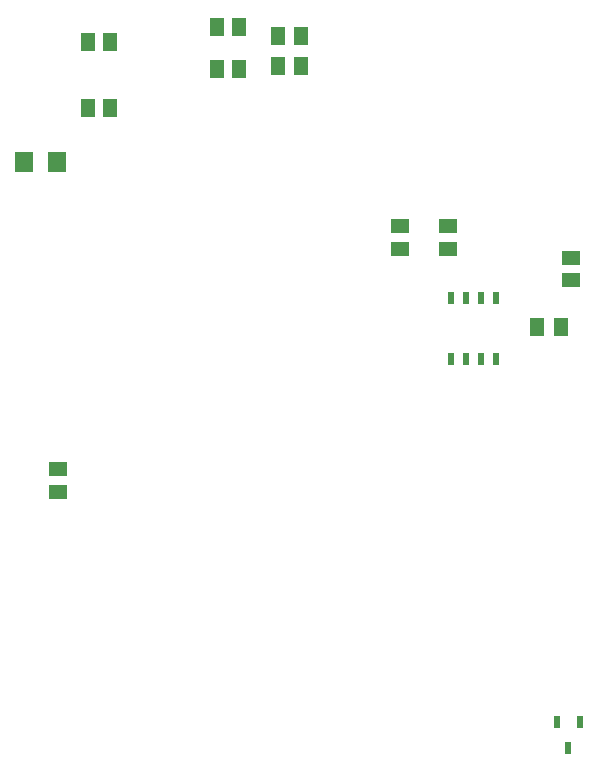
<source format=gtp>
G04 EAGLE Gerber RS-274X export*
G75*
%MOMM*%
%FSLAX34Y34*%
%LPD*%
%INSolderpaste Top*%
%IPPOS*%
%AMOC8*
5,1,8,0,0,1.08239X$1,22.5*%
G01*
%ADD10R,1.300000X1.500000*%
%ADD11R,1.500000X1.300000*%
%ADD12R,1.600000X1.803000*%
%ADD13R,0.600000X1.050000*%
%ADD14R,0.500000X1.100000*%
%ADD15R,1.300000X1.600000*%


D10*
X233020Y739140D03*
X214020Y739140D03*
X233020Y774700D03*
X214020Y774700D03*
D11*
X80010Y381660D03*
X80010Y400660D03*
D12*
X78990Y660400D03*
X50550Y660400D03*
D13*
X521310Y186260D03*
X502310Y186260D03*
X511810Y164260D03*
D10*
X123800Y706120D03*
X104800Y706120D03*
X123800Y762000D03*
X104800Y762000D03*
D11*
X369570Y587400D03*
X369570Y606400D03*
X514350Y560730D03*
X514350Y579730D03*
D10*
X285090Y741680D03*
X266090Y741680D03*
X285090Y767080D03*
X266090Y767080D03*
D11*
X410210Y587400D03*
X410210Y606400D03*
D14*
X450230Y545950D03*
X437530Y545950D03*
X424830Y545950D03*
X412130Y545950D03*
X412130Y493550D03*
X424830Y493550D03*
X437530Y493550D03*
X450230Y493550D03*
D15*
X485300Y520700D03*
X505300Y520700D03*
M02*

</source>
